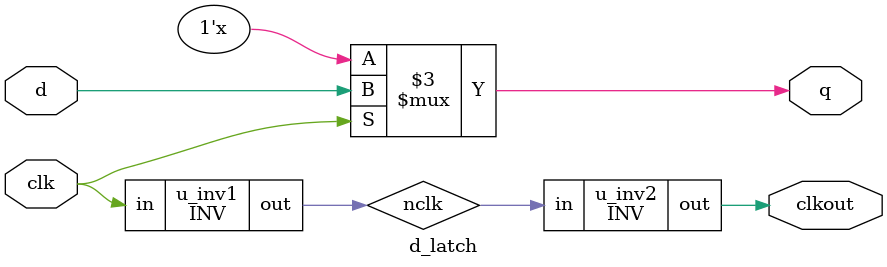
<source format=v>
/*
 * Copyright (c) 2024 Ciro Cattuto <ciro.cattuto@gmail.com>
 * SPDX-License-Identifier: Apache-2.0
 */

`default_nettype none

module tt_um_cattuto_sr_latch (
    input  wire [7:0] ui_in,    // Dedicated inputs
    output wire [7:0] uo_out,   // Dedicated outputs
    input  wire [7:0] uio_in,   // IOs: Input path
    output wire [7:0] uio_out,  // IOs: Output path
    output wire [7:0] uio_oe,   // IOs: Enable path (active high: 0=input, 1=output)
    input  wire       ena,      // always 1 when the design is powered, so you can ignore it
    input  wire       clk,      // clock
    input  wire       rst_n     // reset_n - low to reset
);

  // All output pins must be assigned. If not used, assign to 0.
  assign uo_out[7:1] = 0;
  assign uio_out = 0;
  assign uio_oe  = 0;

  // List all unused signals to prevent warnings
  wire _unused = &{ena, rst_n, clk, ui_in[7:2], uio_in, dclk[0], 1'b0};

  wire sr_in, sr_out;
  assign sr_in = ui_in[0];
  assign sr_out = q[SR_LEN-1];
  assign uo_out[0] = sr_out;

  wire trig;
  assign trig = ui_in[1];

  // ripple pulse generation for the shift register, triggered by transitions of trig
  wire shift, ntrig, trig_delayed;
  (* dont_touch = "true" *) INV u_invA (.out(ntrig), .in(trig));
  (* dont_touch = "true" *) INV u_invB (.out(trig_delayed), .in(ntrig));
  assign shift = trig ^ trig_delayed;

  parameter SR_LEN = 512; // length of the shift register

  // shift register wiring
  wire [SR_LEN-1:0] q;
  wire [SR_LEN-1:0] dclk;

  // Shift register and pulse delay chain
  genvar i;
  generate
    for (i = 0; i < SR_LEN; i = i + 1) begin : shift_reg
      if (i == 0) begin
        // first latch
        d_latch latch (.d(sr_in), .clk(dclk[i+1]), .clkout(dclk[i]), .q(q[i]));
      end else if (i == SR_LEN-1) begin
        // last latch
        d_latch latch (.d(q[i-1]), .clk(shift), .clkout(dclk[i]), .q(q[i]));
      end else begin
        // all other latches
        d_latch latch (.d(q[i-1]), .clk(dclk[i+1]), .clkout(dclk[i]), .q(q[i]));
      end
    end
  endgenerate

endmodule

`ifndef RTL_TEST

module INV (
	input  wire in,
  output wire out
);

  sky130_fd_sc_hd__inv_1 inv (
    .A     (in),
    .Y     (out)
  );
endmodule

`else

module INV (
	input  wire in,
  output wire out
);

  not (out, in);

endmodule

`endif

// D latch + delay line segment
module d_latch (
    input  wire d,
    input  wire clk,
    output wire clkout,
    output reg q
);

  // latch
  always @* begin
    if (clk) begin
      q = d;
    end
  end

  // delay line segment
  wire nclk;
  (* dont_touch = "true" *) INV u_inv1 (.out(nclk), .in(clk));
  (* dont_touch = "true" *) INV u_inv2 (.out(clkout), .in(nclk));

endmodule

</source>
